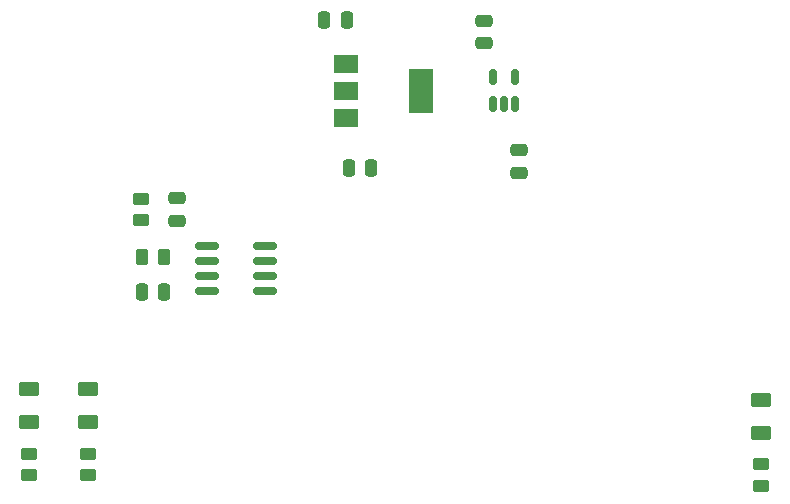
<source format=gbr>
%TF.GenerationSoftware,KiCad,Pcbnew,(6.0.7)*%
%TF.CreationDate,2023-04-14T09:22:28+03:00*%
%TF.ProjectId,KiCAD design,4b694341-4420-4646-9573-69676e2e6b69,rev?*%
%TF.SameCoordinates,Original*%
%TF.FileFunction,Paste,Top*%
%TF.FilePolarity,Positive*%
%FSLAX46Y46*%
G04 Gerber Fmt 4.6, Leading zero omitted, Abs format (unit mm)*
G04 Created by KiCad (PCBNEW (6.0.7)) date 2023-04-14 09:22:28*
%MOMM*%
%LPD*%
G01*
G04 APERTURE LIST*
G04 Aperture macros list*
%AMRoundRect*
0 Rectangle with rounded corners*
0 $1 Rounding radius*
0 $2 $3 $4 $5 $6 $7 $8 $9 X,Y pos of 4 corners*
0 Add a 4 corners polygon primitive as box body*
4,1,4,$2,$3,$4,$5,$6,$7,$8,$9,$2,$3,0*
0 Add four circle primitives for the rounded corners*
1,1,$1+$1,$2,$3*
1,1,$1+$1,$4,$5*
1,1,$1+$1,$6,$7*
1,1,$1+$1,$8,$9*
0 Add four rect primitives between the rounded corners*
20,1,$1+$1,$2,$3,$4,$5,0*
20,1,$1+$1,$4,$5,$6,$7,0*
20,1,$1+$1,$6,$7,$8,$9,0*
20,1,$1+$1,$8,$9,$2,$3,0*%
G04 Aperture macros list end*
%ADD10RoundRect,0.250000X-0.475000X0.250000X-0.475000X-0.250000X0.475000X-0.250000X0.475000X0.250000X0*%
%ADD11RoundRect,0.250000X-0.450000X0.262500X-0.450000X-0.262500X0.450000X-0.262500X0.450000X0.262500X0*%
%ADD12RoundRect,0.150000X0.825000X0.150000X-0.825000X0.150000X-0.825000X-0.150000X0.825000X-0.150000X0*%
%ADD13RoundRect,0.250000X-0.250000X-0.475000X0.250000X-0.475000X0.250000X0.475000X-0.250000X0.475000X0*%
%ADD14RoundRect,0.250000X0.250000X0.475000X-0.250000X0.475000X-0.250000X-0.475000X0.250000X-0.475000X0*%
%ADD15R,2.000000X1.500000*%
%ADD16R,2.000000X3.800000*%
%ADD17RoundRect,0.250000X0.625000X-0.375000X0.625000X0.375000X-0.625000X0.375000X-0.625000X-0.375000X0*%
%ADD18RoundRect,0.250000X0.450000X-0.262500X0.450000X0.262500X-0.450000X0.262500X-0.450000X-0.262500X0*%
%ADD19RoundRect,0.250000X0.475000X-0.250000X0.475000X0.250000X-0.475000X0.250000X-0.475000X-0.250000X0*%
%ADD20RoundRect,0.250000X0.262500X0.450000X-0.262500X0.450000X-0.262500X-0.450000X0.262500X-0.450000X0*%
%ADD21RoundRect,0.150000X0.150000X-0.512500X0.150000X0.512500X-0.150000X0.512500X-0.150000X-0.512500X0*%
G04 APERTURE END LIST*
D10*
%TO.C,C402*%
X133000000Y-110050000D03*
X133000000Y-111950000D03*
%TD*%
D11*
%TO.C,R402*%
X120500000Y-131687500D03*
X120500000Y-133512500D03*
%TD*%
D12*
%TO.C,U401*%
X140475000Y-117905000D03*
X140475000Y-116635000D03*
X140475000Y-115365000D03*
X140475000Y-114095000D03*
X135525000Y-114095000D03*
X135525000Y-115365000D03*
X135525000Y-116635000D03*
X135525000Y-117905000D03*
%TD*%
D13*
%TO.C,C401*%
X130050000Y-118000000D03*
X131950000Y-118000000D03*
%TD*%
D14*
%TO.C,C302*%
X147400000Y-95000000D03*
X145500000Y-95000000D03*
%TD*%
D13*
%TO.C,C301*%
X147550000Y-107500000D03*
X149450000Y-107500000D03*
%TD*%
D11*
%TO.C,R403*%
X125500000Y-131687500D03*
X125500000Y-133512500D03*
%TD*%
D15*
%TO.C,U301*%
X147350000Y-98700000D03*
X147350000Y-101000000D03*
D16*
X153650000Y-101000000D03*
D15*
X147350000Y-103300000D03*
%TD*%
D10*
%TO.C,C303*%
X162000000Y-106000000D03*
X162000000Y-107900000D03*
%TD*%
D17*
%TO.C,D402*%
X120500000Y-129000000D03*
X120500000Y-126200000D03*
%TD*%
D11*
%TO.C,R401*%
X182500000Y-132587500D03*
X182500000Y-134412500D03*
%TD*%
D18*
%TO.C,R405*%
X130000000Y-111912500D03*
X130000000Y-110087500D03*
%TD*%
D17*
%TO.C,D401*%
X182500000Y-129900000D03*
X182500000Y-127100000D03*
%TD*%
%TO.C,D403*%
X125500000Y-129000000D03*
X125500000Y-126200000D03*
%TD*%
D19*
%TO.C,C304*%
X159000000Y-96950000D03*
X159000000Y-95050000D03*
%TD*%
D20*
%TO.C,R404*%
X131912500Y-115000000D03*
X130087500Y-115000000D03*
%TD*%
D21*
%TO.C,U302*%
X159775000Y-102087500D03*
X160725000Y-102087500D03*
X161675000Y-102087500D03*
X161675000Y-99812500D03*
X159775000Y-99812500D03*
%TD*%
M02*

</source>
